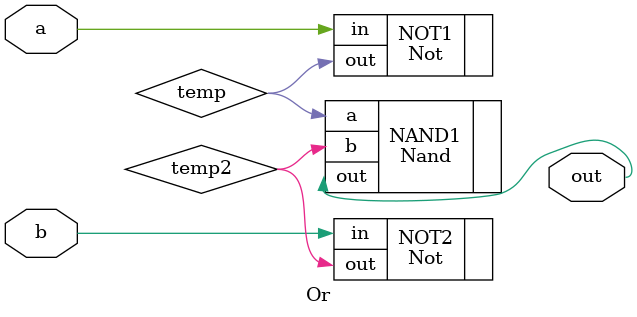
<source format=v>
 /**
 * Or gate:
 * out = 1 if (a == 1 or b == 1)
 *       0 otherwise
 */

 
module Or(
	input a,
	input b,
	output out
);

	// Put your code here:
	wire temp;
	wire temp2;
	Not NOT1(.in(a),.out(temp));
	Not NOT2(.in(b),.out(temp2));
	Nand NAND1(.a(temp),.b(temp2),.out(out));

endmodule

</source>
